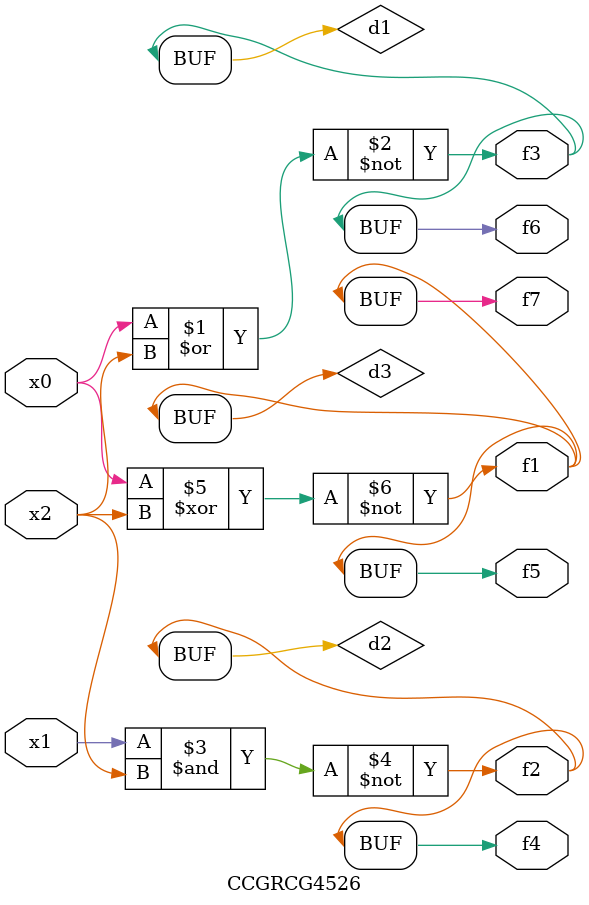
<source format=v>
module CCGRCG4526(
	input x0, x1, x2,
	output f1, f2, f3, f4, f5, f6, f7
);

	wire d1, d2, d3;

	nor (d1, x0, x2);
	nand (d2, x1, x2);
	xnor (d3, x0, x2);
	assign f1 = d3;
	assign f2 = d2;
	assign f3 = d1;
	assign f4 = d2;
	assign f5 = d3;
	assign f6 = d1;
	assign f7 = d3;
endmodule

</source>
